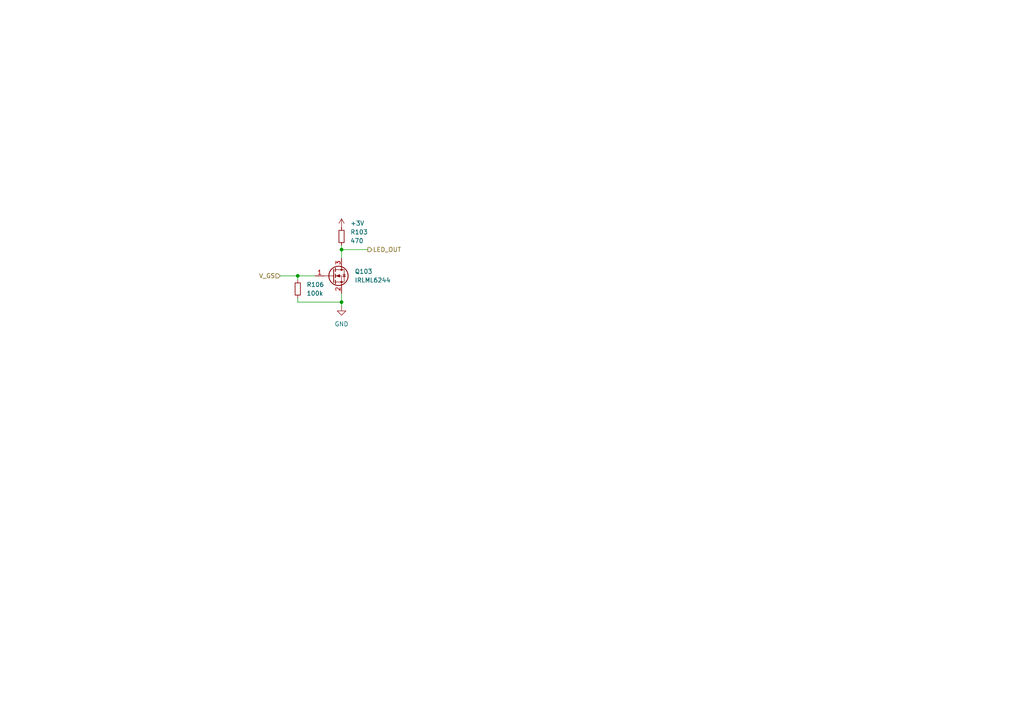
<source format=kicad_sch>
(kicad_sch (version 20250114) (generator "eeschema") (generator_version "9.0")
  (paper "A4")
  (lib_symbols
    (symbol "Device:R_Small" (pin_numbers (hide yes)) (pin_names (offset 0.254) (hide yes))
      (property "Reference" "R" (at 0.762 0.508 0))
      (property "Value" "R_Small" (at 0.762 -1.016 0))
      (symbol "R_Small_0_1"
        (rectangle (start -0.762 1.778) (end 0.762 -1.778) (stroke (width 0.2032)))
      )
      (symbol "R_Small_1_1"
        (pin passive line (at 0 2.54 270) (length 0.762) (name "~") (number "1"))
        (pin passive line (at 0 -2.54 90) (length 0.762) (name "~") (number "2"))
      )
    )
    (symbol "Transistor_FET:IRLML6244" (pin_names (offset 0) (hide yes))
      (property "Reference" "Q" (at 5.08 1.905 0))
      (property "Value" "IRLML6244" (at 5.08 0 0))
      (symbol "IRLML6244_0_1"
        (polyline (pts (xy 0.254 1.905) (xy 0.254 -1.905)) (stroke (width 0.254)))
        (polyline (pts (xy 0.254 0) (xy -2.54 0)))
        (polyline (pts (xy 0.762 2.286) (xy 0.762 1.27)) (stroke (width 0.254)))
        (polyline (pts (xy 0.762 0.508) (xy 0.762 -0.508)) (stroke (width 0.254)))
        (polyline (pts (xy 0.762 -1.27) (xy 0.762 -2.286)) (stroke (width 0.254)))
        (polyline (pts (xy 0.762 -1.778) (xy 3.302 -1.778) (xy 3.302 1.778) (xy 0.762 1.778)))
        (polyline (pts (xy 1.016 0) (xy 2.032 0.381) (xy 2.032 -0.381) (xy 1.016 0)) (fill (type outline)))
        (circle (center 1.651 0) (radius 2.794) (stroke (width 0.254)))
        (polyline (pts (xy 2.54 2.54) (xy 2.54 1.778)))
        (circle (center 2.54 1.778) (radius 0.254) (fill (type outline)))
        (circle (center 2.54 -1.778) (radius 0.254) (fill (type outline)))
        (polyline (pts (xy 2.54 -2.54) (xy 2.54 0) (xy 0.762 0)))
        (polyline (pts (xy 2.921 0.381) (xy 3.683 0.381)))
        (polyline (pts (xy 3.302 0.381) (xy 2.921 -0.254) (xy 3.683 -0.254) (xy 3.302 0.381)))
      )
      (symbol "IRLML6244_1_1"
        (pin input line (at -5.08 0 0) (length 2.54) (name "G") (number "1"))
        (pin passive line (at 2.54 5.08 270) (length 2.54) (name "D") (number "3"))
        (pin passive line (at 2.54 -5.08 90) (length 2.54) (name "S") (number "2"))
      )
    )
    (symbol "power:+5V" (power) (pin_numbers (hide yes)) (pin_names (offset 0) (hide yes))
      (property "Value" "+5V" (at 0 3.556 0))
      (symbol "+5V_0_1"
        (polyline (pts (xy -0.762 1.27) (xy 0 2.54)))
        (polyline (pts (xy 0 2.54) (xy 0.762 1.27)))
        (polyline (pts (xy 0 0) (xy 0 2.54)))
      )
      (symbol "+5V_1_1"
        (pin power_in line (at 0 0 90) (length 0) (name "~") (number "1"))
      )
    )
    (symbol "power:GND" (power) (pin_numbers (hide yes)) (pin_names (offset 0) (hide yes))
      (property "Value" "GND" (at 0 -3.81 0))
      (symbol "GND_0_1"
        (polyline (pts (xy 0 0) (xy 0 -1.27) (xy 1.27 -1.27) (xy 0 -2.54) (xy -1.27 -1.27) (xy 0 -1.27)))
      )
      (symbol "GND_1_1"
        (pin power_in line (at 0 0 270) (length 0) (name "~") (number "1"))
      )
    )
  )
  (junction (at 86.36 80.01))
  (junction (at 99.06 72.39))
  (junction (at 99.06 87.63))
  (wire (pts (xy 99.06 72.39) (xy 106.68 72.39)))
  (wire (pts (xy 86.36 80.01) (xy 91.44 80.01)))
  (wire (pts (xy 99.06 87.63) (xy 99.06 85.09)))
  (wire (pts (xy 86.36 87.63) (xy 99.06 87.63)))
  (wire (pts (xy 86.36 81.28) (xy 86.36 80.01)))
  (wire (pts (xy 81.28 80.01) (xy 86.36 80.01)))
  (wire (pts (xy 99.06 88.9) (xy 99.06 87.63)))
  (wire (pts (xy 99.06 71.12) (xy 99.06 72.39)))
  (wire (pts (xy 99.06 72.39) (xy 99.06 74.93)))
  (wire (pts (xy 86.36 86.36) (xy 86.36 87.63)))
  (hierarchical_label "LED_OUT" (shape output) (at 106.68 72.39 0))
  (hierarchical_label "V_GS" (shape input) (at 81.28 80.01 180))
  (symbol (lib_id "Transistor_FET:IRLML6244") (at 96.52 80.01 0) (unit 1)
    (property "Reference" "Q103" (at 102.87 78.7399 0) (effects (justify left)))
    (property "Value" "IRLML6244" (at 102.87 81.2799 0) (effects (justify left)))
    (property "Footprint" "Package_TO_SOT_SMD:SOT-23" (effects (hide yes)))
    (property "Datasheet" "https://www.infineon.com/dgdl/Infineon-IRLML6244-DataSheet-v01_01-EN.pdf?fileId=5546d462533600a4015356686fed261f" (effects (hide yes)))
    (property "Description" "6.3A Id, 20V Vds, 21mOhm Rds, N-Channel StrongIRFET Power MOSFET, SOT-23" (effects (hide yes)))
    (instances (project "LightUpCoaster" (path "" (reference "Q103") (unit 1)) (path "" (reference "Q402") (unit 1)) (path "" (reference "Q403") (unit 1)) (path "" (reference "Q501") (unit 1)) (path "" (reference "Q401") (unit 1)) (path "" (reference "Q601") (unit 1))))
  )
  (symbol (lib_id "power:GND") (at 99.06 88.9 0) (unit 1)
    (property "Reference" "#PWR0116" (effects (hide yes)))
    (property "Value" "GND" (at 99.06 93.98 0))
    (property "Description" "Power symbol creates a global label with name \"GND\" , ground" (effects (hide yes)))
    (instances (project "LightUpCoaster" (path "" (reference "#PWR0116") (unit 1)) (path "" (reference "#PWR0404") (unit 1)) (path "" (reference "#PWR0406") (unit 1)) (path "" (reference "#PWR0502") (unit 1)) (path "" (reference "#PWR0402") (unit 1)) (path "" (reference "#PWR0602") (unit 1))))
  )
  (symbol (lib_id "Device:R_Small") (at 86.36 83.82 180) (unit 1)
    (property "Reference" "R106" (at 88.9 82.5499 0) (effects (justify right)))
    (property "Value" "100k" (at 88.9 85.0899 0) (effects (justify right)))
    (property "Footprint" "Resistor_SMD:R_0402_1005Metric" (effects (hide yes)))
    (property "Description" "Resistor, small symbol" (effects (hide yes)))
    (instances (project "LightUpCoaster" (path "" (reference "R106") (unit 1)) (path "" (reference "R403") (unit 1)) (path "" (reference "R405") (unit 1)) (path "" (reference "R501") (unit 1)) (path "" (reference "R401") (unit 1)) (path "" (reference "R601") (unit 1))))
  )
  (symbol (lib_id "power:+5V") (at 99.06 66.04 0) (mirror y) (unit 1)
    (property "Reference" "#PWR0115" (effects (hide yes)))
    (property "Value" "+3V" (at 101.6 64.7701 0) (effects (justify right)))
    (property "Description" "Power symbol creates a global label with name \"+5V\"" (effects (hide yes)))
    (instances (project "LightUpCoaster" (path "" (reference "#PWR0115") (unit 1)) (path "" (reference "#PWR0403") (unit 1)) (path "" (reference "#PWR0405") (unit 1)) (path "" (reference "#PWR0501") (unit 1)) (path "" (reference "#PWR0401") (unit 1)) (path "" (reference "#PWR0601") (unit 1))))
  )
  (symbol (lib_id "Device:R_Small") (at 99.06 68.58 180) (unit 1)
    (property "Reference" "R103" (at 101.6 67.3099 0) (effects (justify right)))
    (property "Value" "470" (at 101.6 69.8499 0) (effects (justify right)))
    (property "Footprint" "Resistor_SMD:R_0402_1005Metric" (effects (hide yes)))
    (property "Description" "Resistor, small symbol" (effects (hide yes)))
    (instances (project "LightUpCoaster" (path "" (reference "R103") (unit 1)) (path "" (reference "R404") (unit 1)) (path "" (reference "R406") (unit 1)) (path "" (reference "R502") (unit 1)) (path "" (reference "R402") (unit 1)) (path "" (reference "R602") (unit 1))))
  )
)
</source>
